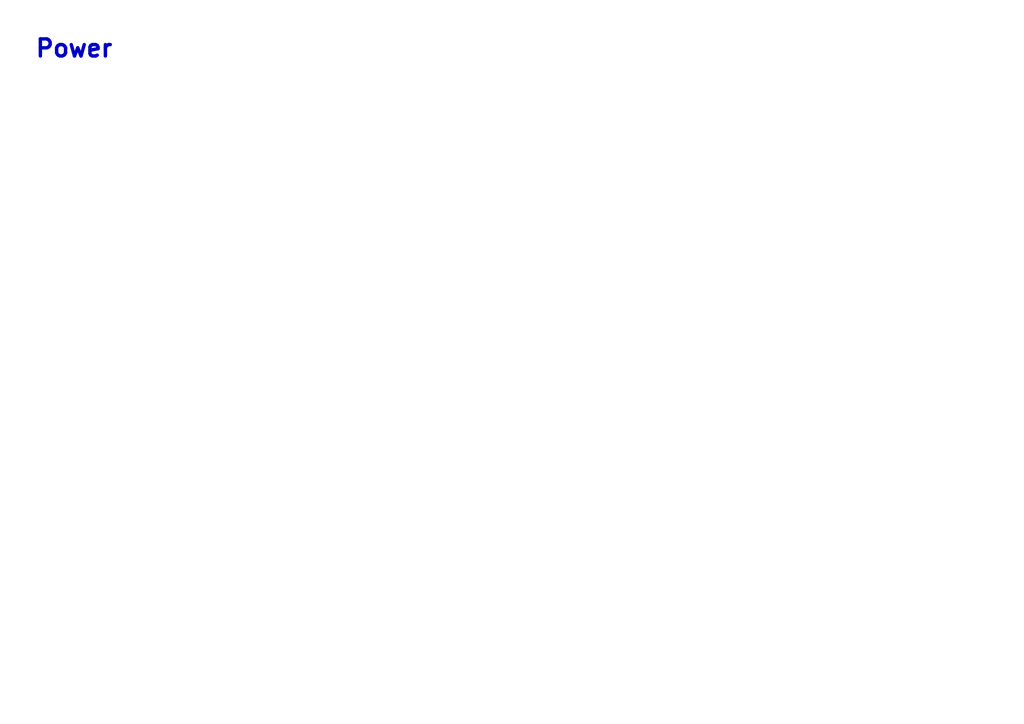
<source format=kicad_sch>
(kicad_sch (version 20230121) (generator eeschema)
  (paper "A3")
  (lib_symbols)
  (text "Power" (at 13.97 24.13 0) (effects (font (size 7 7) (thickness 1.4) bold) (justify left bottom)))
)
</source>
